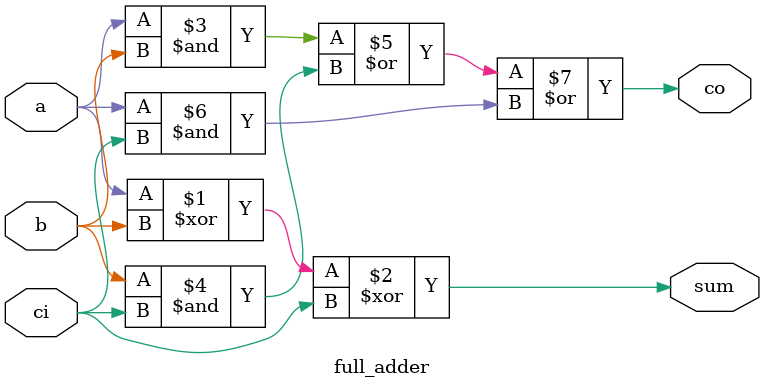
<source format=v>
`timescale 1ns / 1ps


module Lab3_top(at,bt,ci,segt);

input[1:0]at,bt;
input ci;
output [6:0] segt;

wire co;
wire [1:0]sum;
wire[3:0]bcd;
assign bcd={1'b0,co,sum};
carry_adder ca(at,bt,ci,sum,co);//ripple carry
//lookahead_adder uut1(at,bt,ci,sum,co);// carry lookahed
BCD_7 led(bcd,segt);
    
   
endmodule



module BCD_7(i,seg);
input[3:0]i;
output reg [6:0] seg;

always @(i)
begin
   case (i)
   4'b0000: seg = 7'b1000000;
   4'b0001: seg = 7'b1111001;
   4'b0010: seg = 7'b0100100;
   4'b0011: seg = 7'b0110000;
   4'b0100: seg = 7'b0011001;
   4'b0101: seg = 7'b0010010;
   4'b0110: seg = 7'b0000010;
   4'b0111: seg = 7'b1111000;
   4'b1000: seg = 7'b0000000;
   4'b1001: seg = 7'b0010000;
   default: seg = 7'bxxxxxx;
 endcase
end
endmodule


//carry adder with full adder
module carry_adder(
    input [1:0]a,b,
    input ci,
    output[1:0]sum,
    output co
);
    wire c1;
    full_adder f0 (a[0],b[0],ci,sum[0],c1);
    full_adder f1 (a[1],b[1],c1,sum[1],co);
endmodule

//look ahead adder
/*module lookahead_adder(
    input[1:0]a,b,
    input ci,
    output[1:0]sum,
    output co    
);
    wire s0,s1,t0,t1;
    wire c1,c2;
    
    assign s0 = a[0]^b[0];
    assign s1 = a[1]^b[1];
    assign t0 = a[0]&b[0];
    assign t1 = a[1]&b[1];
    
    assign c1=t0|(s0&ci);
    assign c2=t1|(s1&c1);
    
    assign sum[0]=s0^ci;
    assign sum[1]=s1^c1;
    assign co=c2;
endmodule




*/
module full_adder(
//make inputs and outputs a,b,ci(carry in) and outputs: sum, co(carry out)
    input a,b,ci,
    output sum, co
    );
    assign sum = a^b^ci;
    assign co = (a&b)|(b&ci)|(a&ci);
endmodule



</source>
